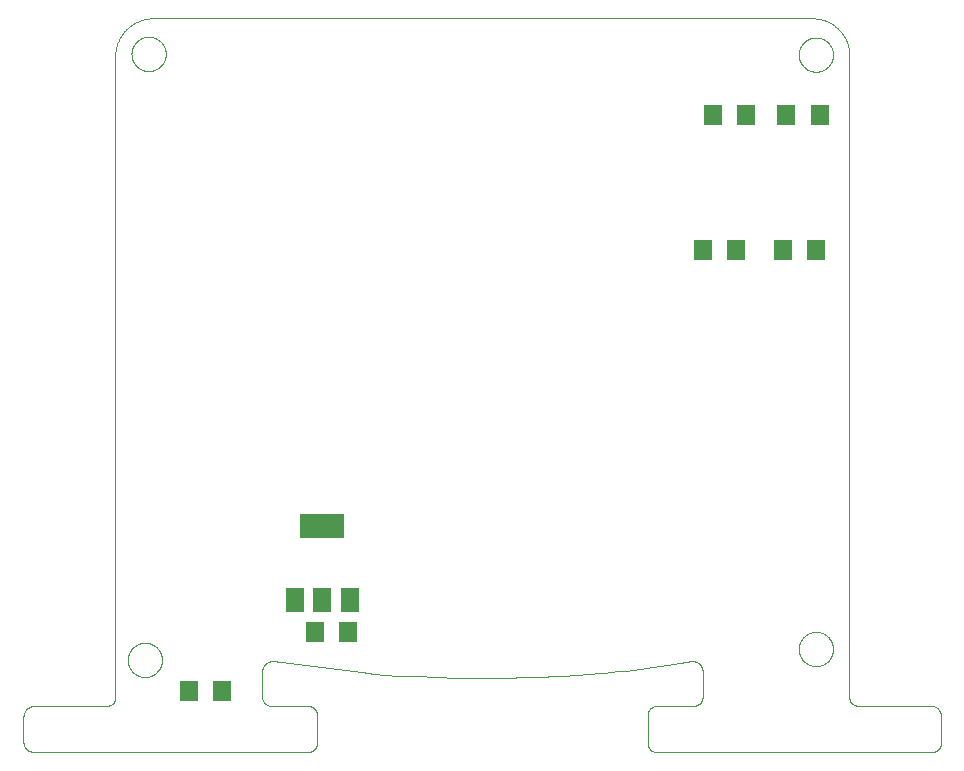
<source format=gtp>
G75*
%MOIN*%
%OFA0B0*%
%FSLAX25Y25*%
%IPPOS*%
%LPD*%
%AMOC8*
5,1,8,0,0,1.08239X$1,22.5*
%
%ADD10C,0.00000*%
%ADD11C,0.00300*%
%ADD12R,0.06299X0.07087*%
%ADD13R,0.05906X0.07874*%
%ADD14R,0.14961X0.07874*%
D10*
X0035911Y0031893D02*
X0035913Y0032044D01*
X0035919Y0032194D01*
X0035929Y0032345D01*
X0035943Y0032495D01*
X0035961Y0032644D01*
X0035982Y0032794D01*
X0036008Y0032942D01*
X0036038Y0033090D01*
X0036071Y0033237D01*
X0036109Y0033383D01*
X0036150Y0033528D01*
X0036195Y0033672D01*
X0036244Y0033814D01*
X0036297Y0033955D01*
X0036353Y0034095D01*
X0036413Y0034233D01*
X0036476Y0034370D01*
X0036544Y0034505D01*
X0036614Y0034638D01*
X0036688Y0034769D01*
X0036766Y0034898D01*
X0036847Y0035025D01*
X0036931Y0035150D01*
X0037019Y0035273D01*
X0037110Y0035393D01*
X0037204Y0035511D01*
X0037301Y0035626D01*
X0037401Y0035739D01*
X0037504Y0035849D01*
X0037610Y0035956D01*
X0037719Y0036061D01*
X0037830Y0036162D01*
X0037944Y0036261D01*
X0038060Y0036356D01*
X0038180Y0036449D01*
X0038301Y0036538D01*
X0038425Y0036624D01*
X0038551Y0036707D01*
X0038679Y0036786D01*
X0038809Y0036862D01*
X0038941Y0036935D01*
X0039075Y0037003D01*
X0039211Y0037069D01*
X0039349Y0037131D01*
X0039488Y0037189D01*
X0039628Y0037243D01*
X0039770Y0037294D01*
X0039913Y0037341D01*
X0040058Y0037384D01*
X0040203Y0037423D01*
X0040350Y0037459D01*
X0040497Y0037490D01*
X0040645Y0037518D01*
X0040794Y0037542D01*
X0040943Y0037562D01*
X0041093Y0037578D01*
X0041243Y0037590D01*
X0041394Y0037598D01*
X0041545Y0037602D01*
X0041695Y0037602D01*
X0041846Y0037598D01*
X0041997Y0037590D01*
X0042147Y0037578D01*
X0042297Y0037562D01*
X0042446Y0037542D01*
X0042595Y0037518D01*
X0042743Y0037490D01*
X0042890Y0037459D01*
X0043037Y0037423D01*
X0043182Y0037384D01*
X0043327Y0037341D01*
X0043470Y0037294D01*
X0043612Y0037243D01*
X0043752Y0037189D01*
X0043891Y0037131D01*
X0044029Y0037069D01*
X0044165Y0037003D01*
X0044299Y0036935D01*
X0044431Y0036862D01*
X0044561Y0036786D01*
X0044689Y0036707D01*
X0044815Y0036624D01*
X0044939Y0036538D01*
X0045060Y0036449D01*
X0045180Y0036356D01*
X0045296Y0036261D01*
X0045410Y0036162D01*
X0045521Y0036061D01*
X0045630Y0035956D01*
X0045736Y0035849D01*
X0045839Y0035739D01*
X0045939Y0035626D01*
X0046036Y0035511D01*
X0046130Y0035393D01*
X0046221Y0035273D01*
X0046309Y0035150D01*
X0046393Y0035025D01*
X0046474Y0034898D01*
X0046552Y0034769D01*
X0046626Y0034638D01*
X0046696Y0034505D01*
X0046764Y0034370D01*
X0046827Y0034233D01*
X0046887Y0034095D01*
X0046943Y0033955D01*
X0046996Y0033814D01*
X0047045Y0033672D01*
X0047090Y0033528D01*
X0047131Y0033383D01*
X0047169Y0033237D01*
X0047202Y0033090D01*
X0047232Y0032942D01*
X0047258Y0032794D01*
X0047279Y0032644D01*
X0047297Y0032495D01*
X0047311Y0032345D01*
X0047321Y0032194D01*
X0047327Y0032044D01*
X0047329Y0031893D01*
X0047327Y0031742D01*
X0047321Y0031592D01*
X0047311Y0031441D01*
X0047297Y0031291D01*
X0047279Y0031142D01*
X0047258Y0030992D01*
X0047232Y0030844D01*
X0047202Y0030696D01*
X0047169Y0030549D01*
X0047131Y0030403D01*
X0047090Y0030258D01*
X0047045Y0030114D01*
X0046996Y0029972D01*
X0046943Y0029831D01*
X0046887Y0029691D01*
X0046827Y0029553D01*
X0046764Y0029416D01*
X0046696Y0029281D01*
X0046626Y0029148D01*
X0046552Y0029017D01*
X0046474Y0028888D01*
X0046393Y0028761D01*
X0046309Y0028636D01*
X0046221Y0028513D01*
X0046130Y0028393D01*
X0046036Y0028275D01*
X0045939Y0028160D01*
X0045839Y0028047D01*
X0045736Y0027937D01*
X0045630Y0027830D01*
X0045521Y0027725D01*
X0045410Y0027624D01*
X0045296Y0027525D01*
X0045180Y0027430D01*
X0045060Y0027337D01*
X0044939Y0027248D01*
X0044815Y0027162D01*
X0044689Y0027079D01*
X0044561Y0027000D01*
X0044431Y0026924D01*
X0044299Y0026851D01*
X0044165Y0026783D01*
X0044029Y0026717D01*
X0043891Y0026655D01*
X0043752Y0026597D01*
X0043612Y0026543D01*
X0043470Y0026492D01*
X0043327Y0026445D01*
X0043182Y0026402D01*
X0043037Y0026363D01*
X0042890Y0026327D01*
X0042743Y0026296D01*
X0042595Y0026268D01*
X0042446Y0026244D01*
X0042297Y0026224D01*
X0042147Y0026208D01*
X0041997Y0026196D01*
X0041846Y0026188D01*
X0041695Y0026184D01*
X0041545Y0026184D01*
X0041394Y0026188D01*
X0041243Y0026196D01*
X0041093Y0026208D01*
X0040943Y0026224D01*
X0040794Y0026244D01*
X0040645Y0026268D01*
X0040497Y0026296D01*
X0040350Y0026327D01*
X0040203Y0026363D01*
X0040058Y0026402D01*
X0039913Y0026445D01*
X0039770Y0026492D01*
X0039628Y0026543D01*
X0039488Y0026597D01*
X0039349Y0026655D01*
X0039211Y0026717D01*
X0039075Y0026783D01*
X0038941Y0026851D01*
X0038809Y0026924D01*
X0038679Y0027000D01*
X0038551Y0027079D01*
X0038425Y0027162D01*
X0038301Y0027248D01*
X0038180Y0027337D01*
X0038060Y0027430D01*
X0037944Y0027525D01*
X0037830Y0027624D01*
X0037719Y0027725D01*
X0037610Y0027830D01*
X0037504Y0027937D01*
X0037401Y0028047D01*
X0037301Y0028160D01*
X0037204Y0028275D01*
X0037110Y0028393D01*
X0037019Y0028513D01*
X0036931Y0028636D01*
X0036847Y0028761D01*
X0036766Y0028888D01*
X0036688Y0029017D01*
X0036614Y0029148D01*
X0036544Y0029281D01*
X0036476Y0029416D01*
X0036413Y0029553D01*
X0036353Y0029691D01*
X0036297Y0029831D01*
X0036244Y0029972D01*
X0036195Y0030114D01*
X0036150Y0030258D01*
X0036109Y0030403D01*
X0036071Y0030549D01*
X0036038Y0030696D01*
X0036008Y0030844D01*
X0035982Y0030992D01*
X0035961Y0031142D01*
X0035943Y0031291D01*
X0035929Y0031441D01*
X0035919Y0031592D01*
X0035913Y0031742D01*
X0035911Y0031893D01*
X0259600Y0035535D02*
X0259602Y0035686D01*
X0259608Y0035836D01*
X0259618Y0035987D01*
X0259632Y0036137D01*
X0259650Y0036286D01*
X0259671Y0036436D01*
X0259697Y0036584D01*
X0259727Y0036732D01*
X0259760Y0036879D01*
X0259798Y0037025D01*
X0259839Y0037170D01*
X0259884Y0037314D01*
X0259933Y0037456D01*
X0259986Y0037597D01*
X0260042Y0037737D01*
X0260102Y0037875D01*
X0260165Y0038012D01*
X0260233Y0038147D01*
X0260303Y0038280D01*
X0260377Y0038411D01*
X0260455Y0038540D01*
X0260536Y0038667D01*
X0260620Y0038792D01*
X0260708Y0038915D01*
X0260799Y0039035D01*
X0260893Y0039153D01*
X0260990Y0039268D01*
X0261090Y0039381D01*
X0261193Y0039491D01*
X0261299Y0039598D01*
X0261408Y0039703D01*
X0261519Y0039804D01*
X0261633Y0039903D01*
X0261749Y0039998D01*
X0261869Y0040091D01*
X0261990Y0040180D01*
X0262114Y0040266D01*
X0262240Y0040349D01*
X0262368Y0040428D01*
X0262498Y0040504D01*
X0262630Y0040577D01*
X0262764Y0040645D01*
X0262900Y0040711D01*
X0263038Y0040773D01*
X0263177Y0040831D01*
X0263317Y0040885D01*
X0263459Y0040936D01*
X0263602Y0040983D01*
X0263747Y0041026D01*
X0263892Y0041065D01*
X0264039Y0041101D01*
X0264186Y0041132D01*
X0264334Y0041160D01*
X0264483Y0041184D01*
X0264632Y0041204D01*
X0264782Y0041220D01*
X0264932Y0041232D01*
X0265083Y0041240D01*
X0265234Y0041244D01*
X0265384Y0041244D01*
X0265535Y0041240D01*
X0265686Y0041232D01*
X0265836Y0041220D01*
X0265986Y0041204D01*
X0266135Y0041184D01*
X0266284Y0041160D01*
X0266432Y0041132D01*
X0266579Y0041101D01*
X0266726Y0041065D01*
X0266871Y0041026D01*
X0267016Y0040983D01*
X0267159Y0040936D01*
X0267301Y0040885D01*
X0267441Y0040831D01*
X0267580Y0040773D01*
X0267718Y0040711D01*
X0267854Y0040645D01*
X0267988Y0040577D01*
X0268120Y0040504D01*
X0268250Y0040428D01*
X0268378Y0040349D01*
X0268504Y0040266D01*
X0268628Y0040180D01*
X0268749Y0040091D01*
X0268869Y0039998D01*
X0268985Y0039903D01*
X0269099Y0039804D01*
X0269210Y0039703D01*
X0269319Y0039598D01*
X0269425Y0039491D01*
X0269528Y0039381D01*
X0269628Y0039268D01*
X0269725Y0039153D01*
X0269819Y0039035D01*
X0269910Y0038915D01*
X0269998Y0038792D01*
X0270082Y0038667D01*
X0270163Y0038540D01*
X0270241Y0038411D01*
X0270315Y0038280D01*
X0270385Y0038147D01*
X0270453Y0038012D01*
X0270516Y0037875D01*
X0270576Y0037737D01*
X0270632Y0037597D01*
X0270685Y0037456D01*
X0270734Y0037314D01*
X0270779Y0037170D01*
X0270820Y0037025D01*
X0270858Y0036879D01*
X0270891Y0036732D01*
X0270921Y0036584D01*
X0270947Y0036436D01*
X0270968Y0036286D01*
X0270986Y0036137D01*
X0271000Y0035987D01*
X0271010Y0035836D01*
X0271016Y0035686D01*
X0271018Y0035535D01*
X0271016Y0035384D01*
X0271010Y0035234D01*
X0271000Y0035083D01*
X0270986Y0034933D01*
X0270968Y0034784D01*
X0270947Y0034634D01*
X0270921Y0034486D01*
X0270891Y0034338D01*
X0270858Y0034191D01*
X0270820Y0034045D01*
X0270779Y0033900D01*
X0270734Y0033756D01*
X0270685Y0033614D01*
X0270632Y0033473D01*
X0270576Y0033333D01*
X0270516Y0033195D01*
X0270453Y0033058D01*
X0270385Y0032923D01*
X0270315Y0032790D01*
X0270241Y0032659D01*
X0270163Y0032530D01*
X0270082Y0032403D01*
X0269998Y0032278D01*
X0269910Y0032155D01*
X0269819Y0032035D01*
X0269725Y0031917D01*
X0269628Y0031802D01*
X0269528Y0031689D01*
X0269425Y0031579D01*
X0269319Y0031472D01*
X0269210Y0031367D01*
X0269099Y0031266D01*
X0268985Y0031167D01*
X0268869Y0031072D01*
X0268749Y0030979D01*
X0268628Y0030890D01*
X0268504Y0030804D01*
X0268378Y0030721D01*
X0268250Y0030642D01*
X0268120Y0030566D01*
X0267988Y0030493D01*
X0267854Y0030425D01*
X0267718Y0030359D01*
X0267580Y0030297D01*
X0267441Y0030239D01*
X0267301Y0030185D01*
X0267159Y0030134D01*
X0267016Y0030087D01*
X0266871Y0030044D01*
X0266726Y0030005D01*
X0266579Y0029969D01*
X0266432Y0029938D01*
X0266284Y0029910D01*
X0266135Y0029886D01*
X0265986Y0029866D01*
X0265836Y0029850D01*
X0265686Y0029838D01*
X0265535Y0029830D01*
X0265384Y0029826D01*
X0265234Y0029826D01*
X0265083Y0029830D01*
X0264932Y0029838D01*
X0264782Y0029850D01*
X0264632Y0029866D01*
X0264483Y0029886D01*
X0264334Y0029910D01*
X0264186Y0029938D01*
X0264039Y0029969D01*
X0263892Y0030005D01*
X0263747Y0030044D01*
X0263602Y0030087D01*
X0263459Y0030134D01*
X0263317Y0030185D01*
X0263177Y0030239D01*
X0263038Y0030297D01*
X0262900Y0030359D01*
X0262764Y0030425D01*
X0262630Y0030493D01*
X0262498Y0030566D01*
X0262368Y0030642D01*
X0262240Y0030721D01*
X0262114Y0030804D01*
X0261990Y0030890D01*
X0261869Y0030979D01*
X0261749Y0031072D01*
X0261633Y0031167D01*
X0261519Y0031266D01*
X0261408Y0031367D01*
X0261299Y0031472D01*
X0261193Y0031579D01*
X0261090Y0031689D01*
X0260990Y0031802D01*
X0260893Y0031917D01*
X0260799Y0032035D01*
X0260708Y0032155D01*
X0260620Y0032278D01*
X0260536Y0032403D01*
X0260455Y0032530D01*
X0260377Y0032659D01*
X0260303Y0032790D01*
X0260233Y0032923D01*
X0260165Y0033058D01*
X0260102Y0033195D01*
X0260042Y0033333D01*
X0259986Y0033473D01*
X0259933Y0033614D01*
X0259884Y0033756D01*
X0259839Y0033900D01*
X0259798Y0034045D01*
X0259760Y0034191D01*
X0259727Y0034338D01*
X0259697Y0034486D01*
X0259671Y0034634D01*
X0259650Y0034784D01*
X0259632Y0034933D01*
X0259618Y0035083D01*
X0259608Y0035234D01*
X0259602Y0035384D01*
X0259600Y0035535D01*
X0259600Y0233661D02*
X0259602Y0233812D01*
X0259608Y0233962D01*
X0259618Y0234113D01*
X0259632Y0234263D01*
X0259650Y0234412D01*
X0259671Y0234562D01*
X0259697Y0234710D01*
X0259727Y0234858D01*
X0259760Y0235005D01*
X0259798Y0235151D01*
X0259839Y0235296D01*
X0259884Y0235440D01*
X0259933Y0235582D01*
X0259986Y0235723D01*
X0260042Y0235863D01*
X0260102Y0236001D01*
X0260165Y0236138D01*
X0260233Y0236273D01*
X0260303Y0236406D01*
X0260377Y0236537D01*
X0260455Y0236666D01*
X0260536Y0236793D01*
X0260620Y0236918D01*
X0260708Y0237041D01*
X0260799Y0237161D01*
X0260893Y0237279D01*
X0260990Y0237394D01*
X0261090Y0237507D01*
X0261193Y0237617D01*
X0261299Y0237724D01*
X0261408Y0237829D01*
X0261519Y0237930D01*
X0261633Y0238029D01*
X0261749Y0238124D01*
X0261869Y0238217D01*
X0261990Y0238306D01*
X0262114Y0238392D01*
X0262240Y0238475D01*
X0262368Y0238554D01*
X0262498Y0238630D01*
X0262630Y0238703D01*
X0262764Y0238771D01*
X0262900Y0238837D01*
X0263038Y0238899D01*
X0263177Y0238957D01*
X0263317Y0239011D01*
X0263459Y0239062D01*
X0263602Y0239109D01*
X0263747Y0239152D01*
X0263892Y0239191D01*
X0264039Y0239227D01*
X0264186Y0239258D01*
X0264334Y0239286D01*
X0264483Y0239310D01*
X0264632Y0239330D01*
X0264782Y0239346D01*
X0264932Y0239358D01*
X0265083Y0239366D01*
X0265234Y0239370D01*
X0265384Y0239370D01*
X0265535Y0239366D01*
X0265686Y0239358D01*
X0265836Y0239346D01*
X0265986Y0239330D01*
X0266135Y0239310D01*
X0266284Y0239286D01*
X0266432Y0239258D01*
X0266579Y0239227D01*
X0266726Y0239191D01*
X0266871Y0239152D01*
X0267016Y0239109D01*
X0267159Y0239062D01*
X0267301Y0239011D01*
X0267441Y0238957D01*
X0267580Y0238899D01*
X0267718Y0238837D01*
X0267854Y0238771D01*
X0267988Y0238703D01*
X0268120Y0238630D01*
X0268250Y0238554D01*
X0268378Y0238475D01*
X0268504Y0238392D01*
X0268628Y0238306D01*
X0268749Y0238217D01*
X0268869Y0238124D01*
X0268985Y0238029D01*
X0269099Y0237930D01*
X0269210Y0237829D01*
X0269319Y0237724D01*
X0269425Y0237617D01*
X0269528Y0237507D01*
X0269628Y0237394D01*
X0269725Y0237279D01*
X0269819Y0237161D01*
X0269910Y0237041D01*
X0269998Y0236918D01*
X0270082Y0236793D01*
X0270163Y0236666D01*
X0270241Y0236537D01*
X0270315Y0236406D01*
X0270385Y0236273D01*
X0270453Y0236138D01*
X0270516Y0236001D01*
X0270576Y0235863D01*
X0270632Y0235723D01*
X0270685Y0235582D01*
X0270734Y0235440D01*
X0270779Y0235296D01*
X0270820Y0235151D01*
X0270858Y0235005D01*
X0270891Y0234858D01*
X0270921Y0234710D01*
X0270947Y0234562D01*
X0270968Y0234412D01*
X0270986Y0234263D01*
X0271000Y0234113D01*
X0271010Y0233962D01*
X0271016Y0233812D01*
X0271018Y0233661D01*
X0271016Y0233510D01*
X0271010Y0233360D01*
X0271000Y0233209D01*
X0270986Y0233059D01*
X0270968Y0232910D01*
X0270947Y0232760D01*
X0270921Y0232612D01*
X0270891Y0232464D01*
X0270858Y0232317D01*
X0270820Y0232171D01*
X0270779Y0232026D01*
X0270734Y0231882D01*
X0270685Y0231740D01*
X0270632Y0231599D01*
X0270576Y0231459D01*
X0270516Y0231321D01*
X0270453Y0231184D01*
X0270385Y0231049D01*
X0270315Y0230916D01*
X0270241Y0230785D01*
X0270163Y0230656D01*
X0270082Y0230529D01*
X0269998Y0230404D01*
X0269910Y0230281D01*
X0269819Y0230161D01*
X0269725Y0230043D01*
X0269628Y0229928D01*
X0269528Y0229815D01*
X0269425Y0229705D01*
X0269319Y0229598D01*
X0269210Y0229493D01*
X0269099Y0229392D01*
X0268985Y0229293D01*
X0268869Y0229198D01*
X0268749Y0229105D01*
X0268628Y0229016D01*
X0268504Y0228930D01*
X0268378Y0228847D01*
X0268250Y0228768D01*
X0268120Y0228692D01*
X0267988Y0228619D01*
X0267854Y0228551D01*
X0267718Y0228485D01*
X0267580Y0228423D01*
X0267441Y0228365D01*
X0267301Y0228311D01*
X0267159Y0228260D01*
X0267016Y0228213D01*
X0266871Y0228170D01*
X0266726Y0228131D01*
X0266579Y0228095D01*
X0266432Y0228064D01*
X0266284Y0228036D01*
X0266135Y0228012D01*
X0265986Y0227992D01*
X0265836Y0227976D01*
X0265686Y0227964D01*
X0265535Y0227956D01*
X0265384Y0227952D01*
X0265234Y0227952D01*
X0265083Y0227956D01*
X0264932Y0227964D01*
X0264782Y0227976D01*
X0264632Y0227992D01*
X0264483Y0228012D01*
X0264334Y0228036D01*
X0264186Y0228064D01*
X0264039Y0228095D01*
X0263892Y0228131D01*
X0263747Y0228170D01*
X0263602Y0228213D01*
X0263459Y0228260D01*
X0263317Y0228311D01*
X0263177Y0228365D01*
X0263038Y0228423D01*
X0262900Y0228485D01*
X0262764Y0228551D01*
X0262630Y0228619D01*
X0262498Y0228692D01*
X0262368Y0228768D01*
X0262240Y0228847D01*
X0262114Y0228930D01*
X0261990Y0229016D01*
X0261869Y0229105D01*
X0261749Y0229198D01*
X0261633Y0229293D01*
X0261519Y0229392D01*
X0261408Y0229493D01*
X0261299Y0229598D01*
X0261193Y0229705D01*
X0261090Y0229815D01*
X0260990Y0229928D01*
X0260893Y0230043D01*
X0260799Y0230161D01*
X0260708Y0230281D01*
X0260620Y0230404D01*
X0260536Y0230529D01*
X0260455Y0230656D01*
X0260377Y0230785D01*
X0260303Y0230916D01*
X0260233Y0231049D01*
X0260165Y0231184D01*
X0260102Y0231321D01*
X0260042Y0231459D01*
X0259986Y0231599D01*
X0259933Y0231740D01*
X0259884Y0231882D01*
X0259839Y0232026D01*
X0259798Y0232171D01*
X0259760Y0232317D01*
X0259727Y0232464D01*
X0259697Y0232612D01*
X0259671Y0232760D01*
X0259650Y0232910D01*
X0259632Y0233059D01*
X0259618Y0233209D01*
X0259608Y0233360D01*
X0259602Y0233510D01*
X0259600Y0233661D01*
X0037169Y0233893D02*
X0037171Y0234044D01*
X0037177Y0234194D01*
X0037187Y0234345D01*
X0037201Y0234495D01*
X0037219Y0234644D01*
X0037240Y0234794D01*
X0037266Y0234942D01*
X0037296Y0235090D01*
X0037329Y0235237D01*
X0037367Y0235383D01*
X0037408Y0235528D01*
X0037453Y0235672D01*
X0037502Y0235814D01*
X0037555Y0235955D01*
X0037611Y0236095D01*
X0037671Y0236233D01*
X0037734Y0236370D01*
X0037802Y0236505D01*
X0037872Y0236638D01*
X0037946Y0236769D01*
X0038024Y0236898D01*
X0038105Y0237025D01*
X0038189Y0237150D01*
X0038277Y0237273D01*
X0038368Y0237393D01*
X0038462Y0237511D01*
X0038559Y0237626D01*
X0038659Y0237739D01*
X0038762Y0237849D01*
X0038868Y0237956D01*
X0038977Y0238061D01*
X0039088Y0238162D01*
X0039202Y0238261D01*
X0039318Y0238356D01*
X0039438Y0238449D01*
X0039559Y0238538D01*
X0039683Y0238624D01*
X0039809Y0238707D01*
X0039937Y0238786D01*
X0040067Y0238862D01*
X0040199Y0238935D01*
X0040333Y0239003D01*
X0040469Y0239069D01*
X0040607Y0239131D01*
X0040746Y0239189D01*
X0040886Y0239243D01*
X0041028Y0239294D01*
X0041171Y0239341D01*
X0041316Y0239384D01*
X0041461Y0239423D01*
X0041608Y0239459D01*
X0041755Y0239490D01*
X0041903Y0239518D01*
X0042052Y0239542D01*
X0042201Y0239562D01*
X0042351Y0239578D01*
X0042501Y0239590D01*
X0042652Y0239598D01*
X0042803Y0239602D01*
X0042953Y0239602D01*
X0043104Y0239598D01*
X0043255Y0239590D01*
X0043405Y0239578D01*
X0043555Y0239562D01*
X0043704Y0239542D01*
X0043853Y0239518D01*
X0044001Y0239490D01*
X0044148Y0239459D01*
X0044295Y0239423D01*
X0044440Y0239384D01*
X0044585Y0239341D01*
X0044728Y0239294D01*
X0044870Y0239243D01*
X0045010Y0239189D01*
X0045149Y0239131D01*
X0045287Y0239069D01*
X0045423Y0239003D01*
X0045557Y0238935D01*
X0045689Y0238862D01*
X0045819Y0238786D01*
X0045947Y0238707D01*
X0046073Y0238624D01*
X0046197Y0238538D01*
X0046318Y0238449D01*
X0046438Y0238356D01*
X0046554Y0238261D01*
X0046668Y0238162D01*
X0046779Y0238061D01*
X0046888Y0237956D01*
X0046994Y0237849D01*
X0047097Y0237739D01*
X0047197Y0237626D01*
X0047294Y0237511D01*
X0047388Y0237393D01*
X0047479Y0237273D01*
X0047567Y0237150D01*
X0047651Y0237025D01*
X0047732Y0236898D01*
X0047810Y0236769D01*
X0047884Y0236638D01*
X0047954Y0236505D01*
X0048022Y0236370D01*
X0048085Y0236233D01*
X0048145Y0236095D01*
X0048201Y0235955D01*
X0048254Y0235814D01*
X0048303Y0235672D01*
X0048348Y0235528D01*
X0048389Y0235383D01*
X0048427Y0235237D01*
X0048460Y0235090D01*
X0048490Y0234942D01*
X0048516Y0234794D01*
X0048537Y0234644D01*
X0048555Y0234495D01*
X0048569Y0234345D01*
X0048579Y0234194D01*
X0048585Y0234044D01*
X0048587Y0233893D01*
X0048585Y0233742D01*
X0048579Y0233592D01*
X0048569Y0233441D01*
X0048555Y0233291D01*
X0048537Y0233142D01*
X0048516Y0232992D01*
X0048490Y0232844D01*
X0048460Y0232696D01*
X0048427Y0232549D01*
X0048389Y0232403D01*
X0048348Y0232258D01*
X0048303Y0232114D01*
X0048254Y0231972D01*
X0048201Y0231831D01*
X0048145Y0231691D01*
X0048085Y0231553D01*
X0048022Y0231416D01*
X0047954Y0231281D01*
X0047884Y0231148D01*
X0047810Y0231017D01*
X0047732Y0230888D01*
X0047651Y0230761D01*
X0047567Y0230636D01*
X0047479Y0230513D01*
X0047388Y0230393D01*
X0047294Y0230275D01*
X0047197Y0230160D01*
X0047097Y0230047D01*
X0046994Y0229937D01*
X0046888Y0229830D01*
X0046779Y0229725D01*
X0046668Y0229624D01*
X0046554Y0229525D01*
X0046438Y0229430D01*
X0046318Y0229337D01*
X0046197Y0229248D01*
X0046073Y0229162D01*
X0045947Y0229079D01*
X0045819Y0229000D01*
X0045689Y0228924D01*
X0045557Y0228851D01*
X0045423Y0228783D01*
X0045287Y0228717D01*
X0045149Y0228655D01*
X0045010Y0228597D01*
X0044870Y0228543D01*
X0044728Y0228492D01*
X0044585Y0228445D01*
X0044440Y0228402D01*
X0044295Y0228363D01*
X0044148Y0228327D01*
X0044001Y0228296D01*
X0043853Y0228268D01*
X0043704Y0228244D01*
X0043555Y0228224D01*
X0043405Y0228208D01*
X0043255Y0228196D01*
X0043104Y0228188D01*
X0042953Y0228184D01*
X0042803Y0228184D01*
X0042652Y0228188D01*
X0042501Y0228196D01*
X0042351Y0228208D01*
X0042201Y0228224D01*
X0042052Y0228244D01*
X0041903Y0228268D01*
X0041755Y0228296D01*
X0041608Y0228327D01*
X0041461Y0228363D01*
X0041316Y0228402D01*
X0041171Y0228445D01*
X0041028Y0228492D01*
X0040886Y0228543D01*
X0040746Y0228597D01*
X0040607Y0228655D01*
X0040469Y0228717D01*
X0040333Y0228783D01*
X0040199Y0228851D01*
X0040067Y0228924D01*
X0039937Y0229000D01*
X0039809Y0229079D01*
X0039683Y0229162D01*
X0039559Y0229248D01*
X0039438Y0229337D01*
X0039318Y0229430D01*
X0039202Y0229525D01*
X0039088Y0229624D01*
X0038977Y0229725D01*
X0038868Y0229830D01*
X0038762Y0229937D01*
X0038659Y0230047D01*
X0038559Y0230160D01*
X0038462Y0230275D01*
X0038368Y0230393D01*
X0038277Y0230513D01*
X0038189Y0230636D01*
X0038105Y0230761D01*
X0038024Y0230888D01*
X0037946Y0231017D01*
X0037872Y0231148D01*
X0037802Y0231281D01*
X0037734Y0231416D01*
X0037671Y0231553D01*
X0037611Y0231691D01*
X0037555Y0231831D01*
X0037502Y0231972D01*
X0037453Y0232114D01*
X0037408Y0232258D01*
X0037367Y0232403D01*
X0037329Y0232549D01*
X0037296Y0232696D01*
X0037266Y0232844D01*
X0037240Y0232992D01*
X0037219Y0233142D01*
X0037201Y0233291D01*
X0037187Y0233441D01*
X0037177Y0233592D01*
X0037171Y0233742D01*
X0037169Y0233893D01*
D11*
X0004425Y0001268D02*
X0096163Y0001268D01*
X0096267Y0001270D01*
X0096372Y0001276D01*
X0096476Y0001285D01*
X0096580Y0001298D01*
X0096683Y0001316D01*
X0096785Y0001336D01*
X0096887Y0001361D01*
X0096987Y0001389D01*
X0097087Y0001421D01*
X0097185Y0001457D01*
X0097282Y0001496D01*
X0097377Y0001539D01*
X0097471Y0001585D01*
X0097563Y0001634D01*
X0097653Y0001687D01*
X0097742Y0001743D01*
X0097828Y0001802D01*
X0097912Y0001865D01*
X0097993Y0001930D01*
X0098072Y0001998D01*
X0098149Y0002069D01*
X0098223Y0002143D01*
X0098294Y0002220D01*
X0098362Y0002299D01*
X0098427Y0002380D01*
X0098490Y0002464D01*
X0098549Y0002550D01*
X0098605Y0002639D01*
X0098658Y0002729D01*
X0098707Y0002821D01*
X0098753Y0002915D01*
X0098796Y0003010D01*
X0098835Y0003107D01*
X0098871Y0003205D01*
X0098903Y0003305D01*
X0098931Y0003405D01*
X0098956Y0003507D01*
X0098976Y0003609D01*
X0098994Y0003712D01*
X0099007Y0003816D01*
X0099016Y0003920D01*
X0099022Y0004025D01*
X0099024Y0004129D01*
X0099024Y0013457D01*
X0099022Y0013569D01*
X0099016Y0013680D01*
X0099006Y0013791D01*
X0098992Y0013902D01*
X0098974Y0014012D01*
X0098953Y0014121D01*
X0098927Y0014230D01*
X0098897Y0014338D01*
X0098864Y0014444D01*
X0098827Y0014549D01*
X0098786Y0014653D01*
X0098742Y0014756D01*
X0098693Y0014856D01*
X0098642Y0014955D01*
X0098586Y0015052D01*
X0098528Y0015147D01*
X0098466Y0015240D01*
X0098400Y0015330D01*
X0098332Y0015418D01*
X0098260Y0015504D01*
X0098186Y0015587D01*
X0098108Y0015667D01*
X0098028Y0015745D01*
X0097945Y0015819D01*
X0097859Y0015891D01*
X0097771Y0015959D01*
X0097681Y0016025D01*
X0097588Y0016087D01*
X0097493Y0016145D01*
X0097396Y0016201D01*
X0097297Y0016252D01*
X0097197Y0016301D01*
X0097094Y0016345D01*
X0096990Y0016386D01*
X0096885Y0016423D01*
X0096779Y0016456D01*
X0096671Y0016486D01*
X0096562Y0016512D01*
X0096453Y0016533D01*
X0096343Y0016551D01*
X0096232Y0016565D01*
X0096121Y0016575D01*
X0096010Y0016581D01*
X0095898Y0016583D01*
X0083792Y0016583D01*
X0083682Y0016585D01*
X0083573Y0016591D01*
X0083463Y0016601D01*
X0083354Y0016614D01*
X0083246Y0016632D01*
X0083138Y0016653D01*
X0083032Y0016679D01*
X0082926Y0016708D01*
X0082821Y0016740D01*
X0082717Y0016777D01*
X0082615Y0016817D01*
X0082515Y0016861D01*
X0082416Y0016908D01*
X0082318Y0016959D01*
X0082223Y0017013D01*
X0082130Y0017071D01*
X0082038Y0017132D01*
X0081949Y0017196D01*
X0081863Y0017264D01*
X0081778Y0017334D01*
X0081697Y0017407D01*
X0081618Y0017484D01*
X0081541Y0017563D01*
X0081468Y0017644D01*
X0081398Y0017729D01*
X0081330Y0017815D01*
X0081266Y0017904D01*
X0081205Y0017996D01*
X0081147Y0018089D01*
X0081093Y0018184D01*
X0081042Y0018282D01*
X0080995Y0018381D01*
X0080951Y0018481D01*
X0080911Y0018583D01*
X0080874Y0018687D01*
X0080842Y0018792D01*
X0080813Y0018898D01*
X0080787Y0019004D01*
X0080766Y0019112D01*
X0080748Y0019220D01*
X0080735Y0019329D01*
X0080725Y0019439D01*
X0080719Y0019548D01*
X0080717Y0019658D01*
X0080717Y0028000D01*
X0080719Y0028117D01*
X0080725Y0028234D01*
X0080735Y0028351D01*
X0080748Y0028467D01*
X0080766Y0028583D01*
X0080787Y0028698D01*
X0080812Y0028813D01*
X0080842Y0028926D01*
X0080874Y0029038D01*
X0080911Y0029150D01*
X0080951Y0029260D01*
X0080995Y0029368D01*
X0081043Y0029475D01*
X0081094Y0029581D01*
X0081148Y0029684D01*
X0081206Y0029786D01*
X0081268Y0029886D01*
X0081332Y0029984D01*
X0081400Y0030079D01*
X0081471Y0030172D01*
X0081545Y0030263D01*
X0081623Y0030351D01*
X0081703Y0030437D01*
X0081785Y0030519D01*
X0081871Y0030599D01*
X0081959Y0030677D01*
X0082050Y0030751D01*
X0082143Y0030822D01*
X0082238Y0030890D01*
X0082336Y0030954D01*
X0082436Y0031016D01*
X0082538Y0031074D01*
X0082641Y0031128D01*
X0082747Y0031179D01*
X0082854Y0031227D01*
X0082962Y0031271D01*
X0083072Y0031311D01*
X0083184Y0031348D01*
X0083296Y0031380D01*
X0083409Y0031410D01*
X0083524Y0031435D01*
X0083639Y0031456D01*
X0083755Y0031474D01*
X0083871Y0031487D01*
X0083988Y0031497D01*
X0084105Y0031503D01*
X0084222Y0031505D01*
X0084280Y0031493D02*
X0113867Y0027725D01*
X0134339Y0026387D02*
X0136585Y0026349D01*
X0138830Y0026257D01*
X0141072Y0026111D01*
X0160047Y0025914D02*
X0160463Y0025888D01*
X0160879Y0025870D01*
X0161296Y0025861D01*
X0161712Y0025861D01*
X0162129Y0025870D01*
X0162545Y0025888D01*
X0162961Y0025914D01*
X0160048Y0025914D02*
X0159340Y0025959D01*
X0158631Y0025988D01*
X0157922Y0026003D01*
X0157213Y0026001D01*
X0156504Y0025985D01*
X0155796Y0025953D01*
X0162961Y0025914D02*
X0164544Y0026014D01*
X0166128Y0026081D01*
X0167714Y0026113D01*
X0169300Y0026111D01*
X0177016Y0026387D02*
X0178380Y0026489D01*
X0179745Y0026568D01*
X0181111Y0026623D01*
X0201977Y0028355D02*
X0215835Y0030244D01*
X0224101Y0031504D02*
X0224216Y0031502D01*
X0224330Y0031496D01*
X0224444Y0031487D01*
X0224558Y0031473D01*
X0224671Y0031456D01*
X0224784Y0031435D01*
X0224895Y0031411D01*
X0225006Y0031382D01*
X0225116Y0031350D01*
X0225225Y0031314D01*
X0225333Y0031275D01*
X0225439Y0031232D01*
X0225544Y0031186D01*
X0225647Y0031136D01*
X0225748Y0031082D01*
X0225847Y0031026D01*
X0225945Y0030966D01*
X0226041Y0030902D01*
X0226134Y0030836D01*
X0226225Y0030767D01*
X0226314Y0030694D01*
X0226400Y0030619D01*
X0226483Y0030540D01*
X0226564Y0030459D01*
X0226643Y0030376D01*
X0226718Y0030290D01*
X0226791Y0030201D01*
X0226860Y0030110D01*
X0226926Y0030017D01*
X0226990Y0029921D01*
X0227050Y0029823D01*
X0227106Y0029724D01*
X0227160Y0029623D01*
X0227210Y0029520D01*
X0227256Y0029415D01*
X0227299Y0029309D01*
X0227338Y0029201D01*
X0227374Y0029092D01*
X0227406Y0028982D01*
X0227435Y0028871D01*
X0227459Y0028760D01*
X0227480Y0028647D01*
X0227497Y0028534D01*
X0227511Y0028420D01*
X0227520Y0028306D01*
X0227526Y0028192D01*
X0227528Y0028077D01*
X0227528Y0019513D01*
X0227526Y0019407D01*
X0227520Y0019302D01*
X0227511Y0019197D01*
X0227497Y0019092D01*
X0227480Y0018988D01*
X0227459Y0018885D01*
X0227434Y0018782D01*
X0227405Y0018680D01*
X0227373Y0018580D01*
X0227337Y0018481D01*
X0227298Y0018383D01*
X0227255Y0018286D01*
X0227208Y0018192D01*
X0227158Y0018099D01*
X0227105Y0018007D01*
X0227048Y0017918D01*
X0226988Y0017831D01*
X0226925Y0017747D01*
X0226859Y0017664D01*
X0226790Y0017584D01*
X0226719Y0017507D01*
X0226644Y0017432D01*
X0226567Y0017361D01*
X0226487Y0017292D01*
X0226404Y0017226D01*
X0226320Y0017163D01*
X0226233Y0017103D01*
X0226144Y0017046D01*
X0226052Y0016993D01*
X0225959Y0016943D01*
X0225865Y0016896D01*
X0225768Y0016853D01*
X0225670Y0016814D01*
X0225571Y0016778D01*
X0225471Y0016746D01*
X0225369Y0016717D01*
X0225266Y0016692D01*
X0225163Y0016671D01*
X0225059Y0016654D01*
X0224954Y0016640D01*
X0224849Y0016631D01*
X0224744Y0016625D01*
X0224638Y0016623D01*
X0224638Y0016622D02*
X0212410Y0016622D01*
X0212410Y0016623D02*
X0212297Y0016621D01*
X0212185Y0016615D01*
X0212072Y0016605D01*
X0211961Y0016592D01*
X0211849Y0016574D01*
X0211739Y0016552D01*
X0211629Y0016527D01*
X0211520Y0016498D01*
X0211412Y0016465D01*
X0211306Y0016428D01*
X0211200Y0016388D01*
X0211097Y0016344D01*
X0210994Y0016296D01*
X0210894Y0016245D01*
X0210796Y0016190D01*
X0210699Y0016132D01*
X0210604Y0016071D01*
X0210512Y0016006D01*
X0210422Y0015938D01*
X0210334Y0015868D01*
X0210249Y0015794D01*
X0210167Y0015717D01*
X0210087Y0015637D01*
X0210010Y0015555D01*
X0209936Y0015470D01*
X0209866Y0015382D01*
X0209798Y0015292D01*
X0209733Y0015200D01*
X0209672Y0015105D01*
X0209614Y0015008D01*
X0209559Y0014910D01*
X0209508Y0014810D01*
X0209460Y0014707D01*
X0209416Y0014604D01*
X0209376Y0014498D01*
X0209339Y0014392D01*
X0209306Y0014284D01*
X0209277Y0014175D01*
X0209252Y0014065D01*
X0209230Y0013955D01*
X0209212Y0013843D01*
X0209199Y0013732D01*
X0209189Y0013619D01*
X0209183Y0013507D01*
X0209181Y0013394D01*
X0209181Y0013355D01*
X0209181Y0013276D02*
X0209181Y0004216D01*
X0209182Y0004216D02*
X0209184Y0004107D01*
X0209190Y0003997D01*
X0209200Y0003888D01*
X0209213Y0003780D01*
X0209231Y0003672D01*
X0209252Y0003564D01*
X0209277Y0003458D01*
X0209306Y0003352D01*
X0209339Y0003248D01*
X0209375Y0003145D01*
X0209415Y0003043D01*
X0209459Y0002942D01*
X0209506Y0002844D01*
X0209557Y0002747D01*
X0209611Y0002652D01*
X0209669Y0002558D01*
X0209730Y0002467D01*
X0209794Y0002379D01*
X0209861Y0002292D01*
X0209931Y0002208D01*
X0210004Y0002127D01*
X0210080Y0002048D01*
X0210159Y0001972D01*
X0210240Y0001899D01*
X0210324Y0001829D01*
X0210411Y0001762D01*
X0210499Y0001698D01*
X0210590Y0001637D01*
X0210684Y0001579D01*
X0210779Y0001525D01*
X0210876Y0001474D01*
X0210974Y0001427D01*
X0211075Y0001383D01*
X0211177Y0001343D01*
X0211280Y0001307D01*
X0211384Y0001274D01*
X0211490Y0001245D01*
X0211596Y0001220D01*
X0211704Y0001199D01*
X0211812Y0001181D01*
X0211920Y0001168D01*
X0212029Y0001158D01*
X0212139Y0001152D01*
X0212248Y0001150D01*
X0303740Y0001150D01*
X0303853Y0001152D01*
X0303966Y0001158D01*
X0304079Y0001167D01*
X0304191Y0001181D01*
X0304303Y0001198D01*
X0304414Y0001219D01*
X0304525Y0001244D01*
X0304634Y0001273D01*
X0304743Y0001305D01*
X0304850Y0001341D01*
X0304956Y0001381D01*
X0305061Y0001424D01*
X0305164Y0001471D01*
X0305265Y0001522D01*
X0305365Y0001575D01*
X0305462Y0001633D01*
X0305558Y0001693D01*
X0305652Y0001757D01*
X0305743Y0001824D01*
X0305832Y0001894D01*
X0305919Y0001966D01*
X0306003Y0002042D01*
X0306084Y0002121D01*
X0306163Y0002202D01*
X0306239Y0002286D01*
X0306311Y0002373D01*
X0306381Y0002462D01*
X0306448Y0002553D01*
X0306512Y0002647D01*
X0306572Y0002743D01*
X0306630Y0002840D01*
X0306683Y0002940D01*
X0306734Y0003041D01*
X0306781Y0003144D01*
X0306824Y0003249D01*
X0306864Y0003355D01*
X0306900Y0003462D01*
X0306932Y0003571D01*
X0306961Y0003680D01*
X0306986Y0003791D01*
X0307007Y0003902D01*
X0307024Y0004014D01*
X0307038Y0004126D01*
X0307047Y0004239D01*
X0307053Y0004352D01*
X0307055Y0004465D01*
X0307056Y0004465D02*
X0307056Y0013087D01*
X0307054Y0013205D01*
X0307048Y0013323D01*
X0307038Y0013441D01*
X0307024Y0013558D01*
X0307007Y0013675D01*
X0306985Y0013791D01*
X0306960Y0013907D01*
X0306930Y0014021D01*
X0306897Y0014135D01*
X0306860Y0014247D01*
X0306820Y0014358D01*
X0306775Y0014467D01*
X0306727Y0014575D01*
X0306676Y0014682D01*
X0306621Y0014786D01*
X0306562Y0014889D01*
X0306500Y0014990D01*
X0306435Y0015088D01*
X0306367Y0015184D01*
X0306295Y0015278D01*
X0306220Y0015370D01*
X0306142Y0015459D01*
X0306062Y0015545D01*
X0305978Y0015629D01*
X0305892Y0015709D01*
X0305803Y0015787D01*
X0305711Y0015862D01*
X0305617Y0015934D01*
X0305521Y0016002D01*
X0305423Y0016067D01*
X0305322Y0016129D01*
X0305219Y0016188D01*
X0305115Y0016243D01*
X0305008Y0016294D01*
X0304900Y0016342D01*
X0304791Y0016387D01*
X0304680Y0016427D01*
X0304568Y0016464D01*
X0304454Y0016497D01*
X0304340Y0016527D01*
X0304224Y0016552D01*
X0304108Y0016574D01*
X0303991Y0016591D01*
X0303874Y0016605D01*
X0303756Y0016615D01*
X0303638Y0016621D01*
X0303520Y0016623D01*
X0303520Y0016622D02*
X0279273Y0016622D01*
X0279168Y0016624D01*
X0279063Y0016630D01*
X0278959Y0016640D01*
X0278854Y0016653D01*
X0278751Y0016671D01*
X0278648Y0016692D01*
X0278546Y0016718D01*
X0278445Y0016747D01*
X0278346Y0016780D01*
X0278247Y0016816D01*
X0278150Y0016856D01*
X0278055Y0016900D01*
X0277961Y0016947D01*
X0277869Y0016998D01*
X0277779Y0017052D01*
X0277691Y0017110D01*
X0277606Y0017171D01*
X0277522Y0017235D01*
X0277441Y0017302D01*
X0277363Y0017372D01*
X0277287Y0017444D01*
X0277215Y0017520D01*
X0277145Y0017598D01*
X0277078Y0017679D01*
X0277014Y0017763D01*
X0276953Y0017848D01*
X0276895Y0017936D01*
X0276841Y0018026D01*
X0276790Y0018118D01*
X0276743Y0018212D01*
X0276699Y0018307D01*
X0276659Y0018404D01*
X0276623Y0018503D01*
X0276590Y0018602D01*
X0276561Y0018703D01*
X0276535Y0018805D01*
X0276514Y0018908D01*
X0276496Y0019011D01*
X0276483Y0019116D01*
X0276473Y0019220D01*
X0276467Y0019325D01*
X0276465Y0019430D01*
X0276465Y0233385D01*
X0276461Y0233684D01*
X0276451Y0233983D01*
X0276433Y0234281D01*
X0276407Y0234579D01*
X0276375Y0234876D01*
X0276335Y0235172D01*
X0276288Y0235468D01*
X0276235Y0235762D01*
X0276174Y0236054D01*
X0276106Y0236346D01*
X0276030Y0236635D01*
X0275948Y0236922D01*
X0275860Y0237208D01*
X0275764Y0237491D01*
X0275661Y0237772D01*
X0275552Y0238050D01*
X0275436Y0238326D01*
X0275313Y0238598D01*
X0275184Y0238868D01*
X0275048Y0239134D01*
X0274906Y0239397D01*
X0274757Y0239657D01*
X0274603Y0239912D01*
X0274442Y0240164D01*
X0274275Y0240413D01*
X0274102Y0240656D01*
X0273924Y0240896D01*
X0273739Y0241132D01*
X0273549Y0241362D01*
X0273354Y0241588D01*
X0273153Y0241810D01*
X0272947Y0242026D01*
X0272735Y0242238D01*
X0272519Y0242444D01*
X0272297Y0242645D01*
X0272071Y0242840D01*
X0271841Y0243030D01*
X0271605Y0243215D01*
X0271365Y0243393D01*
X0271122Y0243566D01*
X0270873Y0243733D01*
X0270621Y0243894D01*
X0270366Y0244048D01*
X0270106Y0244197D01*
X0269843Y0244339D01*
X0269577Y0244475D01*
X0269307Y0244604D01*
X0269035Y0244727D01*
X0268759Y0244843D01*
X0268481Y0244952D01*
X0268200Y0245055D01*
X0267917Y0245151D01*
X0267631Y0245239D01*
X0267344Y0245321D01*
X0267055Y0245397D01*
X0266763Y0245465D01*
X0266471Y0245526D01*
X0266177Y0245579D01*
X0265881Y0245626D01*
X0265585Y0245666D01*
X0265288Y0245698D01*
X0264990Y0245724D01*
X0264692Y0245742D01*
X0264393Y0245752D01*
X0264094Y0245756D01*
X0044338Y0245756D01*
X0044338Y0245757D02*
X0044029Y0245753D01*
X0043721Y0245742D01*
X0043413Y0245723D01*
X0043106Y0245696D01*
X0042800Y0245662D01*
X0042494Y0245620D01*
X0042190Y0245571D01*
X0041887Y0245515D01*
X0041585Y0245451D01*
X0041285Y0245379D01*
X0040987Y0245301D01*
X0040691Y0245215D01*
X0040397Y0245122D01*
X0040105Y0245021D01*
X0039816Y0244914D01*
X0039530Y0244799D01*
X0039246Y0244678D01*
X0038966Y0244549D01*
X0038689Y0244414D01*
X0038415Y0244272D01*
X0038145Y0244123D01*
X0037879Y0243968D01*
X0037616Y0243806D01*
X0037358Y0243638D01*
X0037104Y0243463D01*
X0036854Y0243282D01*
X0036608Y0243096D01*
X0036368Y0242903D01*
X0036132Y0242704D01*
X0035901Y0242500D01*
X0035675Y0242290D01*
X0035454Y0242075D01*
X0035239Y0241854D01*
X0035029Y0241628D01*
X0034825Y0241397D01*
X0034626Y0241161D01*
X0034434Y0240920D01*
X0034247Y0240675D01*
X0034066Y0240425D01*
X0033892Y0240171D01*
X0033724Y0239912D01*
X0033562Y0239649D01*
X0033407Y0239383D01*
X0033258Y0239113D01*
X0033116Y0238839D01*
X0032981Y0238562D01*
X0032853Y0238282D01*
X0032731Y0237998D01*
X0032617Y0237712D01*
X0032509Y0237423D01*
X0032409Y0237131D01*
X0032316Y0236837D01*
X0032230Y0236541D01*
X0032151Y0236243D01*
X0032080Y0235943D01*
X0032016Y0235641D01*
X0031960Y0235338D01*
X0031911Y0235034D01*
X0031869Y0234728D01*
X0031835Y0234422D01*
X0031809Y0234114D01*
X0031790Y0233807D01*
X0031779Y0233498D01*
X0031775Y0233190D01*
X0031776Y0233190D02*
X0031702Y0019200D01*
X0031702Y0019201D02*
X0031700Y0019100D01*
X0031695Y0018999D01*
X0031685Y0018898D01*
X0031672Y0018799D01*
X0031654Y0018699D01*
X0031633Y0018601D01*
X0031608Y0018503D01*
X0031579Y0018406D01*
X0031546Y0018311D01*
X0031509Y0018217D01*
X0031469Y0018124D01*
X0031425Y0018033D01*
X0031378Y0017944D01*
X0031327Y0017857D01*
X0031273Y0017772D01*
X0031216Y0017689D01*
X0031155Y0017608D01*
X0031091Y0017530D01*
X0031025Y0017454D01*
X0030955Y0017381D01*
X0030882Y0017311D01*
X0030807Y0017244D01*
X0030729Y0017180D01*
X0030649Y0017119D01*
X0030567Y0017061D01*
X0030482Y0017006D01*
X0030395Y0016955D01*
X0030306Y0016907D01*
X0030215Y0016863D01*
X0030123Y0016822D01*
X0030029Y0016785D01*
X0029934Y0016751D01*
X0029838Y0016722D01*
X0029740Y0016696D01*
X0029642Y0016674D01*
X0029542Y0016656D01*
X0029442Y0016642D01*
X0029342Y0016632D01*
X0029241Y0016625D01*
X0029140Y0016623D01*
X0029140Y0016622D02*
X0004940Y0016622D01*
X0004940Y0016623D02*
X0004819Y0016621D01*
X0004697Y0016615D01*
X0004576Y0016605D01*
X0004455Y0016592D01*
X0004335Y0016574D01*
X0004216Y0016553D01*
X0004097Y0016528D01*
X0003979Y0016499D01*
X0003862Y0016466D01*
X0003746Y0016430D01*
X0003631Y0016390D01*
X0003518Y0016346D01*
X0003406Y0016299D01*
X0003296Y0016248D01*
X0003187Y0016193D01*
X0003080Y0016135D01*
X0002975Y0016074D01*
X0002872Y0016009D01*
X0002772Y0015941D01*
X0002673Y0015870D01*
X0002577Y0015796D01*
X0002483Y0015719D01*
X0002392Y0015639D01*
X0002303Y0015556D01*
X0002217Y0015470D01*
X0002134Y0015381D01*
X0002054Y0015290D01*
X0001977Y0015196D01*
X0001903Y0015100D01*
X0001832Y0015001D01*
X0001764Y0014901D01*
X0001699Y0014798D01*
X0001638Y0014693D01*
X0001580Y0014586D01*
X0001525Y0014477D01*
X0001474Y0014367D01*
X0001427Y0014255D01*
X0001383Y0014142D01*
X0001343Y0014027D01*
X0001307Y0013911D01*
X0001274Y0013794D01*
X0001245Y0013676D01*
X0001220Y0013557D01*
X0001199Y0013438D01*
X0001181Y0013318D01*
X0001168Y0013197D01*
X0001158Y0013076D01*
X0001152Y0012954D01*
X0001150Y0012833D01*
X0001150Y0004543D01*
X0001152Y0004431D01*
X0001158Y0004320D01*
X0001167Y0004208D01*
X0001181Y0004097D01*
X0001198Y0003987D01*
X0001218Y0003877D01*
X0001243Y0003768D01*
X0001271Y0003659D01*
X0001303Y0003552D01*
X0001339Y0003446D01*
X0001378Y0003342D01*
X0001421Y0003238D01*
X0001467Y0003136D01*
X0001517Y0003036D01*
X0001570Y0002938D01*
X0001627Y0002841D01*
X0001687Y0002747D01*
X0001749Y0002654D01*
X0001815Y0002564D01*
X0001885Y0002476D01*
X0001957Y0002391D01*
X0002032Y0002308D01*
X0002109Y0002227D01*
X0002190Y0002150D01*
X0002273Y0002075D01*
X0002358Y0002003D01*
X0002446Y0001933D01*
X0002536Y0001867D01*
X0002629Y0001805D01*
X0002723Y0001745D01*
X0002820Y0001688D01*
X0002918Y0001635D01*
X0003018Y0001585D01*
X0003120Y0001539D01*
X0003224Y0001496D01*
X0003328Y0001457D01*
X0003434Y0001421D01*
X0003541Y0001389D01*
X0003650Y0001361D01*
X0003759Y0001336D01*
X0003869Y0001316D01*
X0003979Y0001299D01*
X0004090Y0001285D01*
X0004202Y0001276D01*
X0004313Y0001270D01*
X0004425Y0001268D01*
X0169300Y0026111D02*
X0171231Y0026111D01*
X0173161Y0026156D01*
X0175090Y0026248D01*
X0177016Y0026387D01*
X0197685Y0027962D02*
X0198745Y0028090D01*
X0199808Y0028198D01*
X0200872Y0028286D01*
X0201937Y0028355D01*
X0155796Y0025953D02*
X0153342Y0025844D01*
X0150887Y0025788D01*
X0148431Y0025787D01*
X0145976Y0025841D01*
X0143522Y0025949D01*
X0141072Y0026111D01*
X0134339Y0026386D02*
X0130234Y0026455D01*
X0126132Y0026624D01*
X0122035Y0026892D01*
X0117946Y0027259D01*
X0113866Y0027724D01*
X0181110Y0026623D02*
X0185265Y0026805D01*
X0189414Y0027090D01*
X0193555Y0027475D01*
X0197685Y0027961D01*
X0215835Y0030244D02*
X0219993Y0030843D01*
X0224142Y0031504D01*
D12*
X0109503Y0041108D03*
X0098480Y0041108D03*
X0067344Y0021472D03*
X0056321Y0021472D03*
X0227707Y0168432D03*
X0238731Y0168432D03*
X0254380Y0168451D03*
X0265404Y0168451D03*
X0266511Y0213432D03*
X0255487Y0213432D03*
X0241911Y0213432D03*
X0230887Y0213432D03*
D13*
X0109881Y0051823D03*
X0100826Y0051823D03*
X0091771Y0051823D03*
D14*
X0100826Y0076626D03*
M02*

</source>
